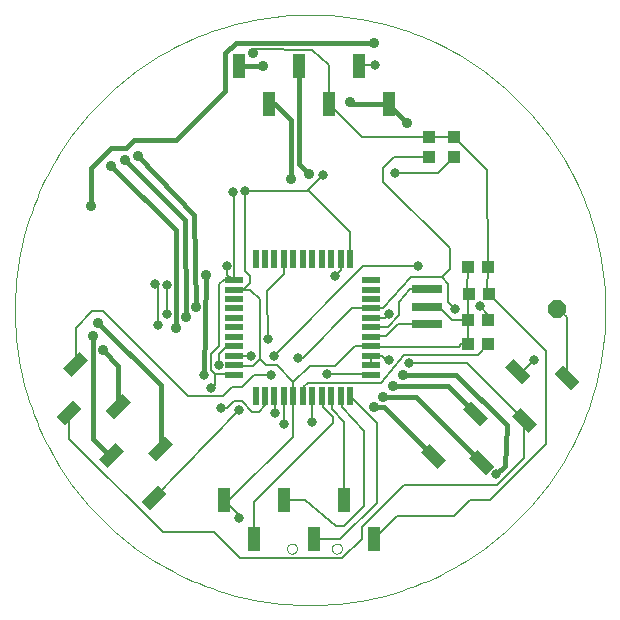
<source format=gtl>
G75*
%MOIN*%
%OFA0B0*%
%FSLAX24Y24*%
%IPPOS*%
%LPD*%
%AMOC8*
5,1,8,0,0,1.08239X$1,22.5*
%
%ADD10C,0.0000*%
%ADD11R,0.0197X0.0591*%
%ADD12R,0.0591X0.0197*%
%ADD13R,0.1024X0.0315*%
%ADD14R,0.0433X0.0394*%
%ADD15R,0.0394X0.0787*%
%ADD16R,0.0787X0.0394*%
%ADD17OC8,0.0600*%
%ADD18C,0.0080*%
%ADD19C,0.0317*%
%ADD20C,0.0356*%
%ADD21C,0.0160*%
D10*
X009175Y003001D02*
X009177Y003026D01*
X009183Y003051D01*
X009192Y003075D01*
X009205Y003097D01*
X009222Y003117D01*
X009241Y003134D01*
X009262Y003148D01*
X009286Y003158D01*
X009310Y003165D01*
X009336Y003168D01*
X009361Y003167D01*
X009386Y003162D01*
X009410Y003153D01*
X009433Y003141D01*
X009453Y003126D01*
X009471Y003107D01*
X009486Y003086D01*
X009497Y003063D01*
X009505Y003039D01*
X009509Y003014D01*
X009509Y002988D01*
X009505Y002963D01*
X009497Y002939D01*
X009486Y002916D01*
X009471Y002895D01*
X009453Y002876D01*
X009433Y002861D01*
X009410Y002849D01*
X009386Y002840D01*
X009361Y002835D01*
X009336Y002834D01*
X009310Y002837D01*
X009286Y002844D01*
X009262Y002854D01*
X009241Y002868D01*
X009222Y002885D01*
X009205Y002905D01*
X009192Y002927D01*
X009183Y002951D01*
X009177Y002976D01*
X009175Y003001D01*
X010671Y003001D02*
X010673Y003026D01*
X010679Y003051D01*
X010688Y003075D01*
X010701Y003097D01*
X010718Y003117D01*
X010737Y003134D01*
X010758Y003148D01*
X010782Y003158D01*
X010806Y003165D01*
X010832Y003168D01*
X010857Y003167D01*
X010882Y003162D01*
X010906Y003153D01*
X010929Y003141D01*
X010949Y003126D01*
X010967Y003107D01*
X010982Y003086D01*
X010993Y003063D01*
X011001Y003039D01*
X011005Y003014D01*
X011005Y002988D01*
X011001Y002963D01*
X010993Y002939D01*
X010982Y002916D01*
X010967Y002895D01*
X010949Y002876D01*
X010929Y002861D01*
X010906Y002849D01*
X010882Y002840D01*
X010857Y002835D01*
X010832Y002834D01*
X010806Y002837D01*
X010782Y002844D01*
X010758Y002854D01*
X010737Y002868D01*
X010718Y002885D01*
X010701Y002905D01*
X010688Y002927D01*
X010679Y002951D01*
X010673Y002976D01*
X010671Y003001D01*
X000100Y010957D02*
X000103Y011195D01*
X000111Y011433D01*
X000126Y011670D01*
X000146Y011907D01*
X000172Y012143D01*
X000203Y012379D01*
X000240Y012614D01*
X000283Y012848D01*
X000332Y013081D01*
X000386Y013313D01*
X000446Y013543D01*
X000511Y013772D01*
X000582Y013999D01*
X000658Y014224D01*
X000740Y014447D01*
X000827Y014669D01*
X000919Y014888D01*
X001017Y015105D01*
X001119Y015319D01*
X001227Y015531D01*
X001341Y015741D01*
X001459Y015947D01*
X001582Y016151D01*
X001710Y016351D01*
X001842Y016548D01*
X001980Y016743D01*
X002122Y016933D01*
X002269Y017121D01*
X002420Y017304D01*
X002575Y017484D01*
X002735Y017660D01*
X002899Y017832D01*
X003068Y018001D01*
X003240Y018165D01*
X003416Y018325D01*
X003596Y018480D01*
X003779Y018631D01*
X003967Y018778D01*
X004157Y018920D01*
X004352Y019058D01*
X004549Y019190D01*
X004749Y019318D01*
X004953Y019441D01*
X005159Y019559D01*
X005369Y019673D01*
X005581Y019781D01*
X005795Y019883D01*
X006012Y019981D01*
X006231Y020073D01*
X006453Y020160D01*
X006676Y020242D01*
X006901Y020318D01*
X007128Y020389D01*
X007357Y020454D01*
X007587Y020514D01*
X007819Y020568D01*
X008052Y020617D01*
X008286Y020660D01*
X008521Y020697D01*
X008757Y020728D01*
X008993Y020754D01*
X009230Y020774D01*
X009467Y020789D01*
X009705Y020797D01*
X009943Y020800D01*
X010181Y020797D01*
X010419Y020789D01*
X010656Y020774D01*
X010893Y020754D01*
X011129Y020728D01*
X011365Y020697D01*
X011600Y020660D01*
X011834Y020617D01*
X012067Y020568D01*
X012299Y020514D01*
X012529Y020454D01*
X012758Y020389D01*
X012985Y020318D01*
X013210Y020242D01*
X013433Y020160D01*
X013655Y020073D01*
X013874Y019981D01*
X014091Y019883D01*
X014305Y019781D01*
X014517Y019673D01*
X014727Y019559D01*
X014933Y019441D01*
X015137Y019318D01*
X015337Y019190D01*
X015534Y019058D01*
X015729Y018920D01*
X015919Y018778D01*
X016107Y018631D01*
X016290Y018480D01*
X016470Y018325D01*
X016646Y018165D01*
X016818Y018001D01*
X016987Y017832D01*
X017151Y017660D01*
X017311Y017484D01*
X017466Y017304D01*
X017617Y017121D01*
X017764Y016933D01*
X017906Y016743D01*
X018044Y016548D01*
X018176Y016351D01*
X018304Y016151D01*
X018427Y015947D01*
X018545Y015741D01*
X018659Y015531D01*
X018767Y015319D01*
X018869Y015105D01*
X018967Y014888D01*
X019059Y014669D01*
X019146Y014447D01*
X019228Y014224D01*
X019304Y013999D01*
X019375Y013772D01*
X019440Y013543D01*
X019500Y013313D01*
X019554Y013081D01*
X019603Y012848D01*
X019646Y012614D01*
X019683Y012379D01*
X019714Y012143D01*
X019740Y011907D01*
X019760Y011670D01*
X019775Y011433D01*
X019783Y011195D01*
X019786Y010957D01*
X019783Y010719D01*
X019775Y010481D01*
X019760Y010244D01*
X019740Y010007D01*
X019714Y009771D01*
X019683Y009535D01*
X019646Y009300D01*
X019603Y009066D01*
X019554Y008833D01*
X019500Y008601D01*
X019440Y008371D01*
X019375Y008142D01*
X019304Y007915D01*
X019228Y007690D01*
X019146Y007467D01*
X019059Y007245D01*
X018967Y007026D01*
X018869Y006809D01*
X018767Y006595D01*
X018659Y006383D01*
X018545Y006173D01*
X018427Y005967D01*
X018304Y005763D01*
X018176Y005563D01*
X018044Y005366D01*
X017906Y005171D01*
X017764Y004981D01*
X017617Y004793D01*
X017466Y004610D01*
X017311Y004430D01*
X017151Y004254D01*
X016987Y004082D01*
X016818Y003913D01*
X016646Y003749D01*
X016470Y003589D01*
X016290Y003434D01*
X016107Y003283D01*
X015919Y003136D01*
X015729Y002994D01*
X015534Y002856D01*
X015337Y002724D01*
X015137Y002596D01*
X014933Y002473D01*
X014727Y002355D01*
X014517Y002241D01*
X014305Y002133D01*
X014091Y002031D01*
X013874Y001933D01*
X013655Y001841D01*
X013433Y001754D01*
X013210Y001672D01*
X012985Y001596D01*
X012758Y001525D01*
X012529Y001460D01*
X012299Y001400D01*
X012067Y001346D01*
X011834Y001297D01*
X011600Y001254D01*
X011365Y001217D01*
X011129Y001186D01*
X010893Y001160D01*
X010656Y001140D01*
X010419Y001125D01*
X010181Y001117D01*
X009943Y001114D01*
X009705Y001117D01*
X009467Y001125D01*
X009230Y001140D01*
X008993Y001160D01*
X008757Y001186D01*
X008521Y001217D01*
X008286Y001254D01*
X008052Y001297D01*
X007819Y001346D01*
X007587Y001400D01*
X007357Y001460D01*
X007128Y001525D01*
X006901Y001596D01*
X006676Y001672D01*
X006453Y001754D01*
X006231Y001841D01*
X006012Y001933D01*
X005795Y002031D01*
X005581Y002133D01*
X005369Y002241D01*
X005159Y002355D01*
X004953Y002473D01*
X004749Y002596D01*
X004549Y002724D01*
X004352Y002856D01*
X004157Y002994D01*
X003967Y003136D01*
X003779Y003283D01*
X003596Y003434D01*
X003416Y003589D01*
X003240Y003749D01*
X003068Y003913D01*
X002899Y004082D01*
X002735Y004254D01*
X002575Y004430D01*
X002420Y004610D01*
X002269Y004793D01*
X002122Y004981D01*
X001980Y005171D01*
X001842Y005366D01*
X001710Y005563D01*
X001582Y005763D01*
X001459Y005967D01*
X001341Y006173D01*
X001227Y006383D01*
X001119Y006595D01*
X001017Y006809D01*
X000919Y007026D01*
X000827Y007245D01*
X000740Y007467D01*
X000658Y007690D01*
X000582Y007915D01*
X000511Y008142D01*
X000446Y008371D01*
X000386Y008601D01*
X000332Y008833D01*
X000283Y009066D01*
X000240Y009300D01*
X000203Y009535D01*
X000172Y009771D01*
X000146Y010007D01*
X000126Y010244D01*
X000111Y010481D01*
X000103Y010719D01*
X000100Y010957D01*
D11*
X008125Y012658D03*
X008440Y012658D03*
X008755Y012658D03*
X009070Y012658D03*
X009385Y012658D03*
X009700Y012658D03*
X010015Y012658D03*
X010330Y012658D03*
X010645Y012658D03*
X010960Y012658D03*
X011275Y012658D03*
X011275Y008091D03*
X010960Y008091D03*
X010645Y008091D03*
X010330Y008091D03*
X010015Y008091D03*
X009700Y008091D03*
X009385Y008091D03*
X009070Y008091D03*
X008755Y008091D03*
X008440Y008091D03*
X008125Y008091D03*
D12*
X007417Y008800D03*
X007417Y009115D03*
X007417Y009430D03*
X007417Y009745D03*
X007417Y010060D03*
X007417Y010375D03*
X007417Y010690D03*
X007417Y011005D03*
X007417Y011320D03*
X007417Y011634D03*
X007417Y011949D03*
X011983Y011949D03*
X011983Y011634D03*
X011983Y011320D03*
X011983Y011005D03*
X011983Y010690D03*
X011983Y010375D03*
X011983Y010060D03*
X011983Y009745D03*
X011983Y009430D03*
X011983Y009115D03*
X011983Y008800D03*
D13*
X013840Y010474D03*
X013840Y011065D03*
X013840Y011655D03*
D14*
X015245Y011495D03*
X015915Y011495D03*
X015865Y012375D03*
X015195Y012375D03*
X015215Y010625D03*
X015885Y010625D03*
X015885Y009805D03*
X015215Y009805D03*
X014750Y016060D03*
X014750Y016729D03*
X013900Y016719D03*
X013900Y016050D03*
D15*
X012590Y017805D03*
X011590Y019104D03*
X010590Y017805D03*
X009590Y019104D03*
X008590Y017805D03*
X007590Y019104D03*
X007080Y004614D03*
X008080Y003315D03*
X009080Y004614D03*
X010080Y003315D03*
X011080Y004614D03*
X012080Y003315D03*
D16*
G36*
X014183Y005661D02*
X013628Y006216D01*
X013907Y006495D01*
X014462Y005940D01*
X014183Y005661D01*
G37*
G36*
X015809Y005450D02*
X015254Y006005D01*
X015533Y006284D01*
X016088Y005729D01*
X015809Y005450D01*
G37*
G36*
X017223Y006864D02*
X016668Y007419D01*
X016947Y007698D01*
X017502Y007143D01*
X017223Y006864D01*
G37*
G36*
X015597Y007076D02*
X015042Y007631D01*
X015321Y007910D01*
X015876Y007355D01*
X015597Y007076D01*
G37*
G36*
X017012Y008490D02*
X016457Y009045D01*
X016736Y009324D01*
X017291Y008769D01*
X017012Y008490D01*
G37*
G36*
X018637Y008278D02*
X018082Y008833D01*
X018361Y009112D01*
X018916Y008557D01*
X018637Y008278D01*
G37*
G36*
X005375Y006464D02*
X004820Y005909D01*
X004541Y006188D01*
X005096Y006743D01*
X005375Y006464D01*
G37*
G36*
X005163Y004838D02*
X004608Y004283D01*
X004329Y004562D01*
X004884Y005117D01*
X005163Y004838D01*
G37*
G36*
X003749Y006252D02*
X003194Y005697D01*
X002915Y005976D01*
X003470Y006531D01*
X003749Y006252D01*
G37*
G36*
X003961Y007878D02*
X003406Y007323D01*
X003127Y007602D01*
X003682Y008157D01*
X003961Y007878D01*
G37*
G36*
X002546Y009292D02*
X001991Y008737D01*
X001712Y009016D01*
X002267Y009571D01*
X002546Y009292D01*
G37*
G36*
X002335Y007666D02*
X001780Y007111D01*
X001501Y007390D01*
X002056Y007945D01*
X002335Y007666D01*
G37*
D17*
X018170Y010995D03*
D18*
X007570Y007615D02*
X004726Y004698D01*
X004746Y004700D01*
X005030Y003555D02*
X006740Y003555D01*
X007610Y002685D01*
X011010Y002675D01*
X011660Y003325D01*
X011660Y003715D01*
X013060Y005115D01*
X016170Y005115D01*
X017085Y006030D01*
X017085Y007281D01*
X015182Y009185D01*
X013230Y009185D01*
X013080Y009465D02*
X012320Y008535D01*
X009860Y008535D01*
X009710Y008385D01*
X009710Y008101D01*
X009700Y008091D01*
X009385Y008091D02*
X009385Y008539D01*
X009940Y009095D01*
X010790Y009095D01*
X011440Y009745D01*
X011983Y009745D01*
X011994Y009735D01*
X014900Y009735D01*
X014970Y009805D01*
X015215Y009805D01*
X015215Y010625D01*
X015215Y011465D01*
X015245Y011495D01*
X015185Y011555D01*
X015195Y012375D01*
X014620Y012335D02*
X014620Y013005D01*
X012390Y015235D01*
X012390Y015685D01*
X012755Y016050D01*
X013900Y016050D01*
X014195Y015505D02*
X014750Y016060D01*
X014195Y015505D02*
X012780Y015505D01*
X011676Y016719D02*
X013900Y016719D01*
X013910Y016729D01*
X014750Y016729D01*
X015855Y015625D01*
X015865Y012375D01*
X015855Y011555D01*
X015915Y011495D01*
X015915Y011480D01*
X017810Y009585D01*
X017810Y006495D01*
X015930Y004625D01*
X015290Y004625D01*
X014750Y004085D01*
X012850Y004085D01*
X012080Y003315D01*
X011090Y003755D02*
X011740Y004405D01*
X011730Y006935D01*
X011000Y007725D01*
X011000Y008051D01*
X010960Y008091D01*
X011275Y008091D02*
X012170Y007196D01*
X012160Y004525D01*
X010950Y003325D01*
X010080Y003315D01*
X010800Y003755D02*
X011090Y003755D01*
X010800Y003755D02*
X009790Y004614D01*
X009080Y004614D01*
X008080Y004565D02*
X010700Y007185D01*
X010700Y007395D01*
X010390Y007705D01*
X010390Y008031D01*
X010330Y008091D01*
X010015Y008091D02*
X010010Y008086D01*
X010010Y007235D01*
X010660Y007655D02*
X010660Y008076D01*
X010645Y008091D01*
X010660Y007655D02*
X011080Y007235D01*
X011080Y004614D01*
X009370Y006735D02*
X009370Y008076D01*
X009385Y008091D01*
X009080Y008081D02*
X009070Y008091D01*
X009080Y008081D02*
X009080Y007165D01*
X008760Y007525D02*
X008760Y008086D01*
X008755Y008091D01*
X008440Y008091D02*
X008440Y008091D01*
X008440Y007775D01*
X008230Y007565D01*
X008000Y007565D01*
X007660Y007905D01*
X007410Y007905D01*
X007190Y007685D01*
X006960Y007685D01*
X007040Y008095D02*
X007330Y008385D01*
X007680Y008385D01*
X008070Y008775D01*
X008640Y008775D01*
X008650Y008785D01*
X008480Y009105D02*
X008850Y009105D01*
X009385Y008570D01*
X009385Y008539D01*
X009550Y009355D02*
X009700Y009355D01*
X011350Y011005D01*
X011983Y011005D01*
X011983Y011005D01*
X012370Y011005D01*
X013310Y012045D01*
X014330Y012045D01*
X014620Y012335D01*
X014330Y012045D02*
X014540Y011835D01*
X014540Y011225D01*
X014760Y010995D01*
X014660Y010625D02*
X014230Y011055D01*
X013850Y011055D01*
X013840Y011065D01*
X013840Y010474D02*
X012879Y010474D01*
X012490Y010085D01*
X012008Y010085D01*
X011983Y010060D01*
X011983Y010375D02*
X012013Y010405D01*
X012540Y010395D01*
X012900Y010775D01*
X012900Y011225D01*
X013271Y011655D01*
X013840Y011655D01*
X013540Y012405D02*
X011720Y012405D01*
X008740Y009435D01*
X008480Y009105D02*
X008260Y009325D01*
X008260Y009315D01*
X008040Y009095D01*
X007437Y009095D01*
X007417Y009115D01*
X007402Y008815D02*
X007417Y008800D01*
X007402Y008815D02*
X006770Y008815D01*
X006770Y008455D01*
X006650Y008355D01*
X007040Y008095D02*
X005860Y008095D01*
X003050Y010905D01*
X002680Y010905D01*
X002129Y010354D01*
X002129Y009154D01*
X001918Y007528D02*
X001918Y006667D01*
X005030Y003555D01*
X007080Y004614D02*
X007570Y004124D01*
X007570Y004015D01*
X008080Y004565D02*
X008080Y003315D01*
X007250Y004614D02*
X007080Y004614D01*
X007250Y004614D02*
X009370Y006735D01*
X010500Y008835D02*
X011949Y008835D01*
X011983Y008800D01*
X011983Y009115D02*
X011983Y009430D01*
X011999Y009415D01*
X012340Y009415D01*
X012470Y009285D01*
X012570Y009285D01*
X013080Y009465D02*
X015545Y009465D01*
X015885Y009805D01*
X015885Y010625D02*
X015885Y010790D01*
X015600Y011075D01*
X015215Y010625D02*
X014660Y010625D01*
X012570Y010835D02*
X012435Y010690D01*
X011983Y010690D01*
X010770Y012095D02*
X010960Y012284D01*
X010960Y012658D01*
X011275Y012658D02*
X011275Y013560D01*
X009880Y014955D01*
X010390Y015465D01*
X009880Y014955D02*
X009860Y014935D01*
X007790Y014935D01*
X007790Y012245D01*
X007950Y012085D01*
X007950Y011865D01*
X007720Y011635D01*
X007940Y011635D01*
X008260Y011315D01*
X008260Y009325D01*
X007990Y009425D02*
X007432Y009415D01*
X007417Y009430D01*
X007417Y009745D02*
X007407Y009755D01*
X007160Y009755D01*
X006900Y009485D01*
X006900Y009125D01*
X006630Y008965D02*
X006770Y008825D01*
X006770Y008815D01*
X006630Y008965D02*
X006630Y009475D01*
X006920Y009765D01*
X006920Y011805D01*
X007065Y011949D01*
X007417Y011949D01*
X007180Y012116D01*
X007170Y012405D01*
X007417Y011949D02*
X007417Y014818D01*
X007360Y014875D01*
X009070Y012658D02*
X009070Y012155D01*
X008510Y011585D01*
X008530Y009995D01*
X007720Y011635D02*
X007417Y011635D01*
X007417Y011634D01*
X005180Y011785D02*
X005180Y010835D01*
X004860Y010445D02*
X004860Y011745D01*
X004790Y011815D01*
X010590Y017805D02*
X010590Y019105D01*
X010010Y019635D01*
X008150Y019645D01*
X008050Y019505D01*
X010590Y017805D02*
X011676Y016719D01*
X011590Y019104D02*
X011620Y019135D01*
X012120Y019135D01*
X018170Y010995D02*
X018499Y010705D01*
X018499Y008695D01*
X017400Y009275D02*
X017032Y008907D01*
X016874Y008907D01*
D19*
X017400Y009275D03*
X015600Y011075D03*
X014760Y010995D03*
X013540Y012405D03*
X012570Y010835D03*
X012570Y009285D03*
X013230Y009185D03*
X010500Y008835D03*
X009550Y009355D03*
X008740Y009435D03*
X008530Y009995D03*
X007990Y009425D03*
X008650Y008785D03*
X008760Y007525D03*
X009080Y007165D03*
X010010Y007235D03*
X007570Y007615D03*
X006960Y007685D03*
X006650Y008355D03*
X006420Y008785D03*
X006900Y009125D03*
X005180Y010835D03*
X004860Y010445D03*
X004790Y011815D03*
X005180Y011785D03*
X007170Y012405D03*
X007360Y014875D03*
X007790Y014935D03*
X010390Y015465D03*
X012780Y015505D03*
X012120Y019135D03*
X010770Y012095D03*
X016150Y005475D03*
X007570Y004015D03*
D20*
X012060Y007705D03*
X012390Y008065D03*
X012710Y008415D03*
X013050Y008795D03*
X009310Y015305D03*
X009920Y015475D03*
X011260Y017875D03*
X013190Y017195D03*
X012060Y019855D03*
X008360Y019095D03*
X008050Y019505D03*
X004200Y016085D03*
X003760Y015965D03*
X003310Y015745D03*
X002630Y014425D03*
X006130Y011055D03*
X005810Y010705D03*
X005490Y010345D03*
X006480Y012135D03*
X003030Y009605D03*
X002700Y010075D03*
X002890Y010525D03*
D21*
X004958Y008457D01*
X004958Y006326D01*
X003544Y007740D02*
X003544Y009091D01*
X003030Y009605D01*
X002710Y009805D02*
X002710Y006655D01*
X003251Y006114D01*
X003332Y006114D01*
X006420Y008785D02*
X006480Y012135D01*
X006130Y011055D02*
X006090Y014115D01*
X004200Y016085D01*
X003810Y016345D02*
X004090Y016625D01*
X005490Y016625D01*
X007120Y018255D01*
X007120Y019515D01*
X007470Y019865D01*
X007700Y019865D01*
X007710Y019865D01*
X012050Y019865D01*
X012060Y019855D01*
X012590Y017805D02*
X011330Y017805D01*
X011260Y017875D01*
X012590Y017805D02*
X012590Y017795D01*
X013190Y017195D01*
X009920Y015475D02*
X009590Y015805D01*
X009590Y019104D01*
X008360Y019095D02*
X008240Y019104D01*
X007590Y019104D01*
X008590Y017805D02*
X008780Y017805D01*
X009310Y017275D01*
X009310Y015305D01*
X005760Y013945D02*
X005810Y010705D01*
X005490Y010345D02*
X005470Y013615D01*
X003310Y015745D01*
X003760Y015965D02*
X005760Y013945D01*
X003810Y016345D02*
X003300Y016345D01*
X002630Y015675D01*
X002630Y014425D01*
X002700Y010075D02*
X002710Y009805D01*
X012060Y007705D02*
X012419Y007705D01*
X014045Y006078D01*
X015459Y007493D02*
X014537Y008415D01*
X012710Y008415D01*
X012390Y008065D02*
X013473Y008065D01*
X015671Y005867D01*
X016150Y005475D02*
X016440Y005765D01*
X016500Y007105D01*
X014810Y008795D01*
X013050Y008795D01*
M02*

</source>
